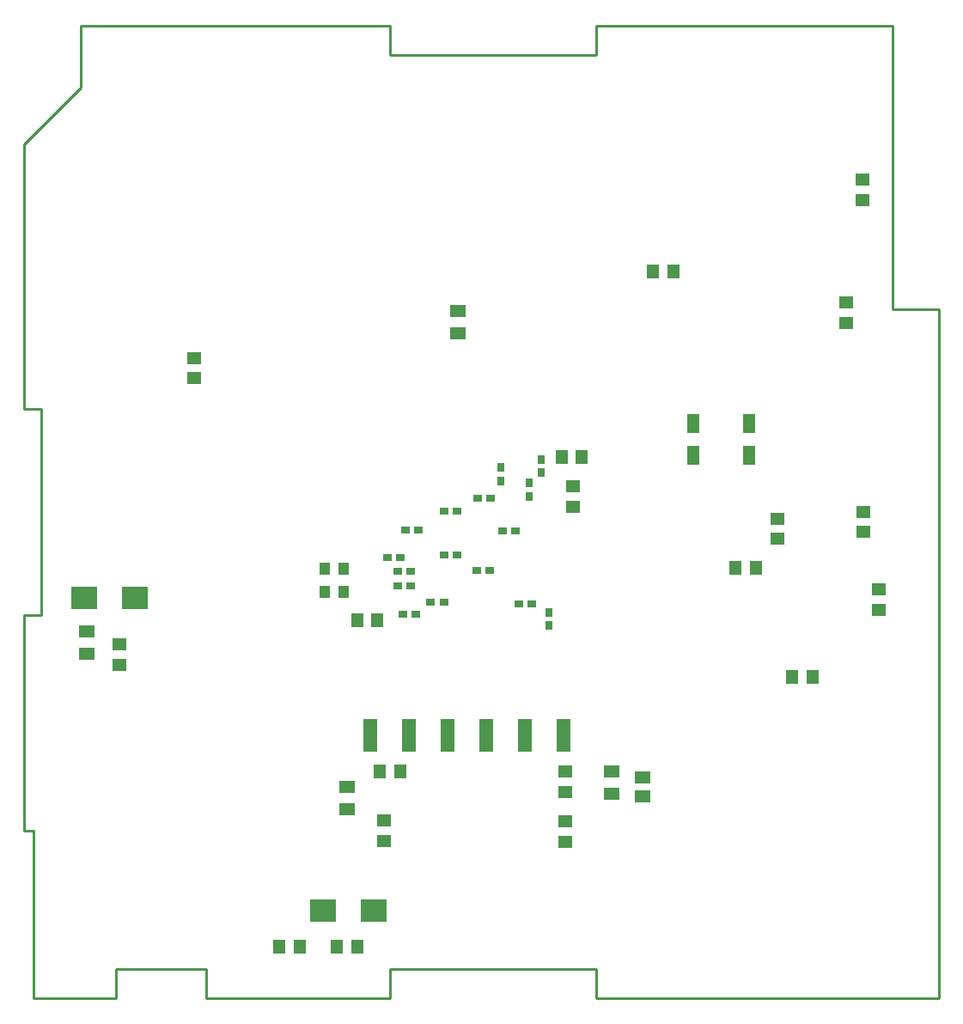
<source format=gbp>
%FSLAX44Y44*%
%MOMM*%
G71*
G01*
G75*
G04 Layer_Color=128*
%ADD10R,0.7000X0.9000*%
%ADD11R,1.5000X1.3000*%
%ADD12R,2.2000X2.6000*%
%ADD13R,1.2000X1.5000*%
%ADD14R,1.2000X1.4000*%
%ADD15R,1.4000X1.2000*%
%ADD16R,1.1000X1.0000*%
%ADD17R,2.6000X2.2000*%
%ADD18R,0.3500X1.5500*%
%ADD19O,0.3500X1.5500*%
%ADD20R,4.2000X3.1000*%
%ADD21R,0.6000X1.4000*%
%ADD22O,1.0000X0.4000*%
%ADD23R,1.0000X0.4000*%
%ADD24R,1.9000X1.3000*%
%ADD25R,2.8000X1.0000*%
%ADD26R,0.8000X1.0000*%
%ADD27R,1.2000X1.0000*%
%ADD28R,1.2000X0.7000*%
%ADD29O,0.5500X1.5500*%
%ADD30C,0.3500*%
%ADD31R,1.0000X0.3000*%
%ADD32R,1.0500X0.4000*%
%ADD33R,2.5000X0.5000*%
%ADD34R,2.5000X2.0000*%
%ADD35R,1.5000X1.2000*%
%ADD36C,0.1778*%
%ADD37C,0.3048*%
%ADD38C,0.2540*%
%ADD39R,1.5000X1.5000*%
%ADD40C,1.5000*%
%ADD41R,1.5000X1.5000*%
%ADD42C,6.3500*%
%ADD43C,1.3000*%
%ADD44C,0.5080*%
%ADD45C,0.5588*%
%ADD46C,1.0160*%
%ADD47C,1.9160*%
%ADD48C,1.0160*%
%ADD49C,1.0668*%
%ADD50C,0.3810*%
%ADD51C,4.1910*%
%ADD52R,0.9000X0.7000*%
%ADD53R,1.0500X1.3000*%
%ADD54R,1.4000X3.3000*%
%ADD55R,1.3000X1.9000*%
%ADD56C,0.2500*%
%ADD57C,0.2000*%
%ADD58C,0.6000*%
%ADD59C,0.3000*%
%ADD60C,0.2032*%
%ADD61C,0.1000*%
%ADD62C,0.1270*%
%ADD63R,0.9032X1.1032*%
%ADD64R,1.7032X1.5032*%
%ADD65R,2.4032X2.8032*%
%ADD66R,1.4032X1.7032*%
%ADD67R,1.4032X1.6032*%
%ADD68R,1.6032X1.4032*%
%ADD69R,1.3032X1.2032*%
%ADD70R,2.8032X2.4032*%
%ADD71R,0.5532X1.7532*%
%ADD72O,0.5532X1.7532*%
%ADD73R,4.4032X3.3032*%
%ADD74R,0.8032X1.6032*%
%ADD75O,1.2032X0.6032*%
%ADD76R,1.2032X0.6032*%
%ADD77R,2.1032X1.5032*%
%ADD78R,3.0032X1.2032*%
%ADD79R,1.0032X1.2032*%
%ADD80R,1.4032X1.2032*%
%ADD81R,1.4032X0.9032*%
%ADD82O,0.7532X1.7532*%
%ADD83C,0.5532*%
%ADD84R,1.2032X0.5032*%
%ADD85R,1.2532X0.6032*%
%ADD86R,2.7032X0.7032*%
%ADD87R,2.7032X2.2032*%
%ADD88R,1.7032X1.4032*%
%ADD89R,1.7032X1.7032*%
%ADD90C,1.7032*%
%ADD91R,1.7032X1.7032*%
%ADD92C,6.5532*%
%ADD93C,1.5032*%
%ADD94C,0.7112*%
%ADD95C,0.7620*%
%ADD96R,1.1032X0.9032*%
%ADD97R,1.2532X1.5032*%
%ADD98R,1.6032X3.5032*%
%ADD99R,1.5032X2.1032*%
D10*
X500690Y518010D02*
D03*
Y531010D02*
D03*
X488742Y507700D02*
D03*
Y494700D02*
D03*
X508254Y380388D02*
D03*
Y367388D02*
D03*
X460756Y510136D02*
D03*
Y523136D02*
D03*
D11*
X600456Y217780D02*
D03*
Y198780D02*
D03*
D14*
X319372Y50546D02*
D03*
X299372D02*
D03*
X242476Y51308D02*
D03*
X262476D02*
D03*
X520606Y533908D02*
D03*
X540606D02*
D03*
X631030Y716242D02*
D03*
X611030D02*
D03*
X692310Y424180D02*
D03*
X712310D02*
D03*
X361536Y223266D02*
D03*
X341536D02*
D03*
X767936Y316738D02*
D03*
X747936D02*
D03*
X339184Y372364D02*
D03*
X319184D02*
D03*
D15*
X84836Y328582D02*
D03*
Y348582D02*
D03*
X733044Y472788D02*
D03*
Y452788D02*
D03*
X817880Y459646D02*
D03*
Y479646D02*
D03*
X345694Y155100D02*
D03*
Y175100D02*
D03*
X524256Y203360D02*
D03*
Y223360D02*
D03*
X524510Y154592D02*
D03*
Y174592D02*
D03*
X531622Y484792D02*
D03*
Y504792D02*
D03*
X833374Y382938D02*
D03*
Y402938D02*
D03*
X817118Y786798D02*
D03*
Y806798D02*
D03*
X801116Y665640D02*
D03*
Y685640D02*
D03*
X158750Y631030D02*
D03*
Y611030D02*
D03*
D17*
X285896Y86360D02*
D03*
X335896D02*
D03*
X49930Y394462D02*
D03*
X99930D02*
D03*
D35*
X53086Y361774D02*
D03*
Y339774D02*
D03*
X569976Y223846D02*
D03*
Y201846D02*
D03*
X309118Y208104D02*
D03*
Y186104D02*
D03*
X418338Y655496D02*
D03*
Y677496D02*
D03*
D38*
X0Y0D02*
X81280D01*
Y29210D01*
X170180D01*
Y0D02*
Y29210D01*
Y0D02*
X351790D01*
Y29210D01*
X554990D01*
Y0D02*
Y29210D01*
Y0D02*
X892810D01*
Y679450D01*
X847090D02*
X892810D01*
X847090D02*
Y958850D01*
X554990D02*
X847090D01*
X554990Y929640D02*
Y958850D01*
X351790Y929640D02*
X554990D01*
X351790D02*
Y958850D01*
X46990D02*
X351790D01*
X0Y0D02*
Y165100D01*
X-8890D02*
X0D01*
X-8890D02*
Y377825D01*
X7620D01*
Y581025D01*
X-8890D02*
X7620D01*
X-8890D02*
Y825500D01*
X46990Y897890D02*
Y958850D01*
X-8890Y825500D02*
Y842010D01*
X46990Y897890D01*
D52*
X404726Y437388D02*
D03*
X417726D02*
D03*
X372260Y421132D02*
D03*
X359260D02*
D03*
X372260Y406908D02*
D03*
X359260D02*
D03*
X436730Y421894D02*
D03*
X449730D02*
D03*
X366626Y461264D02*
D03*
X379626D02*
D03*
X417726Y479806D02*
D03*
X404726D02*
D03*
X478640Y389128D02*
D03*
X491640D02*
D03*
X349100Y434340D02*
D03*
X362100D02*
D03*
X475130Y461010D02*
D03*
X462130D02*
D03*
X438000Y492760D02*
D03*
X451000D02*
D03*
X404772Y390144D02*
D03*
X391772D02*
D03*
X377340Y378206D02*
D03*
X364340D02*
D03*
D53*
X306176Y423488D02*
D03*
Y400488D02*
D03*
X287676Y423488D02*
D03*
Y400488D02*
D03*
D54*
X446736Y259080D02*
D03*
X408736D02*
D03*
X370536D02*
D03*
X332536D02*
D03*
X484936D02*
D03*
X522936D02*
D03*
D55*
X705680Y534926D02*
D03*
X650680D02*
D03*
Y566926D02*
D03*
X705680D02*
D03*
M02*

</source>
